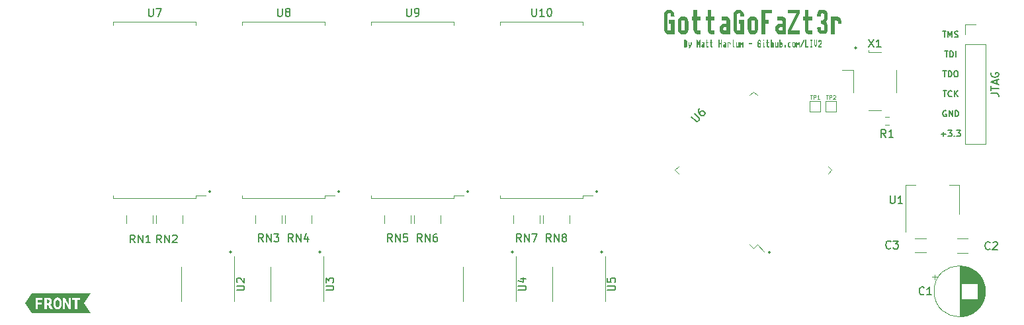
<source format=gbr>
%TF.GenerationSoftware,KiCad,Pcbnew,(6.0.0)*%
%TF.CreationDate,2022-03-26T19:57:17+01:00*%
%TF.ProjectId,GottaGoFaSDZ3,476f7474-6147-46f4-9661-53445a332e6b,rev?*%
%TF.SameCoordinates,Original*%
%TF.FileFunction,Legend,Top*%
%TF.FilePolarity,Positive*%
%FSLAX46Y46*%
G04 Gerber Fmt 4.6, Leading zero omitted, Abs format (unit mm)*
G04 Created by KiCad (PCBNEW (6.0.0)) date 2022-03-26 19:57:17*
%MOMM*%
%LPD*%
G01*
G04 APERTURE LIST*
%ADD10C,0.127000*%
%ADD11C,0.150000*%
%ADD12C,0.125000*%
%ADD13C,0.120000*%
%ADD14C,0.152400*%
G04 APERTURE END LIST*
D10*
X208985897Y-76924392D02*
X209421326Y-76924392D01*
X209203612Y-77686392D02*
X209203612Y-76924392D01*
X209675326Y-77686392D02*
X209675326Y-76924392D01*
X209856755Y-76924392D01*
X209965612Y-76960678D01*
X210038183Y-77033249D01*
X210074469Y-77105820D01*
X210110755Y-77250963D01*
X210110755Y-77359820D01*
X210074469Y-77504963D01*
X210038183Y-77577535D01*
X209965612Y-77650106D01*
X209856755Y-77686392D01*
X209675326Y-77686392D01*
X210582469Y-76924392D02*
X210727612Y-76924392D01*
X210800183Y-76960678D01*
X210872755Y-77033249D01*
X210909040Y-77178392D01*
X210909040Y-77432392D01*
X210872755Y-77577535D01*
X210800183Y-77650106D01*
X210727612Y-77686392D01*
X210582469Y-77686392D01*
X210509897Y-77650106D01*
X210437326Y-77577535D01*
X210401040Y-77432392D01*
X210401040Y-77178392D01*
X210437326Y-77033249D01*
X210509897Y-76960678D01*
X210582469Y-76924392D01*
X209004033Y-79464388D02*
X209439462Y-79464388D01*
X209221748Y-80226388D02*
X209221748Y-79464388D01*
X210128890Y-80153816D02*
X210092605Y-80190102D01*
X209983748Y-80226388D01*
X209911176Y-80226388D01*
X209802319Y-80190102D01*
X209729748Y-80117531D01*
X209693462Y-80044959D01*
X209657176Y-79899816D01*
X209657176Y-79790959D01*
X209693462Y-79645816D01*
X209729748Y-79573245D01*
X209802319Y-79500674D01*
X209911176Y-79464388D01*
X209983748Y-79464388D01*
X210092605Y-79500674D01*
X210128890Y-79536959D01*
X210455462Y-80226388D02*
X210455462Y-79464388D01*
X210890890Y-80226388D02*
X210564319Y-79790959D01*
X210890890Y-79464388D02*
X210455462Y-79899816D01*
X209403176Y-82040674D02*
X209330605Y-82004388D01*
X209221748Y-82004388D01*
X209112890Y-82040674D01*
X209040319Y-82113245D01*
X209004033Y-82185816D01*
X208967748Y-82330959D01*
X208967748Y-82439816D01*
X209004033Y-82584959D01*
X209040319Y-82657531D01*
X209112890Y-82730102D01*
X209221748Y-82766388D01*
X209294319Y-82766388D01*
X209403176Y-82730102D01*
X209439462Y-82693816D01*
X209439462Y-82439816D01*
X209294319Y-82439816D01*
X209766033Y-82766388D02*
X209766033Y-82004388D01*
X210201462Y-82766388D01*
X210201462Y-82004388D01*
X210564319Y-82766388D02*
X210564319Y-82004388D01*
X210745748Y-82004388D01*
X210854605Y-82040674D01*
X210927176Y-82113245D01*
X210963462Y-82185816D01*
X210999748Y-82330959D01*
X210999748Y-82439816D01*
X210963462Y-82584959D01*
X210927176Y-82657531D01*
X210854605Y-82730102D01*
X210745748Y-82766388D01*
X210564319Y-82766388D01*
X208786312Y-85016102D02*
X209366883Y-85016102D01*
X209076598Y-85306388D02*
X209076598Y-84725816D01*
X209657169Y-84544388D02*
X210128883Y-84544388D01*
X209874883Y-84834674D01*
X209983741Y-84834674D01*
X210056312Y-84870959D01*
X210092598Y-84907245D01*
X210128883Y-84979816D01*
X210128883Y-85161245D01*
X210092598Y-85233816D01*
X210056312Y-85270102D01*
X209983741Y-85306388D01*
X209766026Y-85306388D01*
X209693455Y-85270102D01*
X209657169Y-85233816D01*
X210455455Y-85233816D02*
X210491741Y-85270102D01*
X210455455Y-85306388D01*
X210419169Y-85270102D01*
X210455455Y-85233816D01*
X210455455Y-85306388D01*
X210745741Y-84544388D02*
X211217455Y-84544388D01*
X210963455Y-84834674D01*
X211072312Y-84834674D01*
X211144883Y-84870959D01*
X211181169Y-84907245D01*
X211217455Y-84979816D01*
X211217455Y-85161245D01*
X211181169Y-85233816D01*
X211144883Y-85270102D01*
X211072312Y-85306388D01*
X210854598Y-85306388D01*
X210782026Y-85270102D01*
X210745741Y-85233816D01*
X209203612Y-74384392D02*
X209639040Y-74384392D01*
X209421326Y-75146392D02*
X209421326Y-74384392D01*
X209893040Y-75146392D02*
X209893040Y-74384392D01*
X210074469Y-74384392D01*
X210183326Y-74420678D01*
X210255897Y-74493249D01*
X210292183Y-74565820D01*
X210328469Y-74710963D01*
X210328469Y-74819820D01*
X210292183Y-74964963D01*
X210255897Y-75037535D01*
X210183326Y-75110106D01*
X210074469Y-75146392D01*
X209893040Y-75146392D01*
X210655040Y-75146392D02*
X210655040Y-74384392D01*
X208967755Y-71844392D02*
X209403183Y-71844392D01*
X209185469Y-72606392D02*
X209185469Y-71844392D01*
X209657183Y-72606392D02*
X209657183Y-71844392D01*
X209911183Y-72388678D01*
X210165183Y-71844392D01*
X210165183Y-72606392D01*
X210491755Y-72570106D02*
X210600612Y-72606392D01*
X210782040Y-72606392D01*
X210854612Y-72570106D01*
X210890897Y-72533820D01*
X210927183Y-72461249D01*
X210927183Y-72388678D01*
X210890897Y-72316106D01*
X210854612Y-72279820D01*
X210782040Y-72243535D01*
X210636897Y-72207249D01*
X210564326Y-72170963D01*
X210528040Y-72134678D01*
X210491755Y-72062106D01*
X210491755Y-71989535D01*
X210528040Y-71916963D01*
X210564326Y-71880678D01*
X210636897Y-71844392D01*
X210818326Y-71844392D01*
X210927183Y-71880678D01*
D11*
%TO.C,RN1*%
X105558392Y-98926858D02*
X105225059Y-98450668D01*
X104986964Y-98926858D02*
X104986964Y-97926858D01*
X105367916Y-97926858D01*
X105463154Y-97974478D01*
X105510773Y-98022097D01*
X105558392Y-98117335D01*
X105558392Y-98260192D01*
X105510773Y-98355430D01*
X105463154Y-98403049D01*
X105367916Y-98450668D01*
X104986964Y-98450668D01*
X105986964Y-98926858D02*
X105986964Y-97926858D01*
X106558392Y-98926858D01*
X106558392Y-97926858D01*
X107558392Y-98926858D02*
X106986964Y-98926858D01*
X107272678Y-98926858D02*
X107272678Y-97926858D01*
X107177440Y-98069716D01*
X107082202Y-98164954D01*
X106986964Y-98212573D01*
%TO.C,U5*%
X166057160Y-105019882D02*
X166866684Y-105019882D01*
X166961922Y-104972263D01*
X167009541Y-104924644D01*
X167057160Y-104829406D01*
X167057160Y-104638930D01*
X167009541Y-104543692D01*
X166961922Y-104496073D01*
X166866684Y-104448454D01*
X166057160Y-104448454D01*
X166057160Y-103496073D02*
X166057160Y-103972263D01*
X166533351Y-104019882D01*
X166485732Y-103972263D01*
X166438113Y-103877025D01*
X166438113Y-103638930D01*
X166485732Y-103543692D01*
X166533351Y-103496073D01*
X166628589Y-103448454D01*
X166866684Y-103448454D01*
X166961922Y-103496073D01*
X167009541Y-103543692D01*
X167057160Y-103638930D01*
X167057160Y-103877025D01*
X167009541Y-103972263D01*
X166961922Y-104019882D01*
%TO.C,J1*%
X215151128Y-79778340D02*
X215865414Y-79778340D01*
X216008271Y-79825959D01*
X216103509Y-79921197D01*
X216151128Y-80064054D01*
X216151128Y-80159293D01*
X215151128Y-79445007D02*
X215151128Y-78873578D01*
X216151128Y-79159293D02*
X215151128Y-79159293D01*
X215865414Y-78587864D02*
X215865414Y-78111674D01*
X216151128Y-78683102D02*
X215151128Y-78349769D01*
X216151128Y-78016435D01*
X215198748Y-77159293D02*
X215151128Y-77254531D01*
X215151128Y-77397388D01*
X215198748Y-77540245D01*
X215293986Y-77635483D01*
X215389224Y-77683102D01*
X215579700Y-77730721D01*
X215722557Y-77730721D01*
X215913033Y-77683102D01*
X216008271Y-77635483D01*
X216103509Y-77540245D01*
X216151128Y-77397388D01*
X216151128Y-77302150D01*
X216103509Y-77159293D01*
X216055890Y-77111674D01*
X215722557Y-77111674D01*
X215722557Y-77302150D01*
%TO.C,RN8*%
X158815992Y-98799858D02*
X158482659Y-98323668D01*
X158244564Y-98799858D02*
X158244564Y-97799858D01*
X158625516Y-97799858D01*
X158720754Y-97847478D01*
X158768373Y-97895097D01*
X158815992Y-97990335D01*
X158815992Y-98133192D01*
X158768373Y-98228430D01*
X158720754Y-98276049D01*
X158625516Y-98323668D01*
X158244564Y-98323668D01*
X159244564Y-98799858D02*
X159244564Y-97799858D01*
X159815992Y-98799858D01*
X159815992Y-97799858D01*
X160435040Y-98228430D02*
X160339802Y-98180811D01*
X160292183Y-98133192D01*
X160244564Y-98037954D01*
X160244564Y-97990335D01*
X160292183Y-97895097D01*
X160339802Y-97847478D01*
X160435040Y-97799858D01*
X160625516Y-97799858D01*
X160720754Y-97847478D01*
X160768373Y-97895097D01*
X160815992Y-97990335D01*
X160815992Y-98037954D01*
X160768373Y-98133192D01*
X160720754Y-98180811D01*
X160625516Y-98228430D01*
X160435040Y-98228430D01*
X160339802Y-98276049D01*
X160292183Y-98323668D01*
X160244564Y-98418906D01*
X160244564Y-98609382D01*
X160292183Y-98704620D01*
X160339802Y-98752239D01*
X160435040Y-98799858D01*
X160625516Y-98799858D01*
X160720754Y-98752239D01*
X160768373Y-98704620D01*
X160815992Y-98609382D01*
X160815992Y-98418906D01*
X160768373Y-98323668D01*
X160720754Y-98276049D01*
X160625516Y-98228430D01*
%TO.C,R1*%
X201687925Y-85425937D02*
X201354592Y-84949747D01*
X201116496Y-85425937D02*
X201116496Y-84425937D01*
X201497449Y-84425937D01*
X201592687Y-84473557D01*
X201640306Y-84521176D01*
X201687925Y-84616414D01*
X201687925Y-84759271D01*
X201640306Y-84854509D01*
X201592687Y-84902128D01*
X201497449Y-84949747D01*
X201116496Y-84949747D01*
X202640306Y-85425937D02*
X202068877Y-85425937D01*
X202354592Y-85425937D02*
X202354592Y-84425937D01*
X202259353Y-84568795D01*
X202164115Y-84664033D01*
X202068877Y-84711652D01*
D12*
%TO.C,TP2*%
X194012086Y-80028193D02*
X194297800Y-80028193D01*
X194154943Y-80528193D02*
X194154943Y-80028193D01*
X194464467Y-80528193D02*
X194464467Y-80028193D01*
X194654943Y-80028193D01*
X194702562Y-80052003D01*
X194726372Y-80075812D01*
X194750181Y-80123431D01*
X194750181Y-80194860D01*
X194726372Y-80242479D01*
X194702562Y-80266288D01*
X194654943Y-80290098D01*
X194464467Y-80290098D01*
X194940658Y-80075812D02*
X194964467Y-80052003D01*
X195012086Y-80028193D01*
X195131134Y-80028193D01*
X195178753Y-80052003D01*
X195202562Y-80075812D01*
X195226372Y-80123431D01*
X195226372Y-80171050D01*
X195202562Y-80242479D01*
X194916848Y-80528193D01*
X195226372Y-80528193D01*
D11*
%TO.C,C3*%
X202309260Y-99612103D02*
X202261641Y-99659722D01*
X202118784Y-99707341D01*
X202023546Y-99707341D01*
X201880688Y-99659722D01*
X201785450Y-99564484D01*
X201737831Y-99469246D01*
X201690212Y-99278770D01*
X201690212Y-99135913D01*
X201737831Y-98945437D01*
X201785450Y-98850199D01*
X201880688Y-98754961D01*
X202023546Y-98707341D01*
X202118784Y-98707341D01*
X202261641Y-98754961D01*
X202309260Y-98802580D01*
X202642593Y-98707341D02*
X203261641Y-98707341D01*
X202928307Y-99088294D01*
X203071165Y-99088294D01*
X203166403Y-99135913D01*
X203214022Y-99183532D01*
X203261641Y-99278770D01*
X203261641Y-99516865D01*
X203214022Y-99612103D01*
X203166403Y-99659722D01*
X203071165Y-99707341D01*
X202785450Y-99707341D01*
X202690212Y-99659722D01*
X202642593Y-99612103D01*
%TO.C,RN5*%
X138495992Y-98799858D02*
X138162659Y-98323668D01*
X137924564Y-98799858D02*
X137924564Y-97799858D01*
X138305516Y-97799858D01*
X138400754Y-97847478D01*
X138448373Y-97895097D01*
X138495992Y-97990335D01*
X138495992Y-98133192D01*
X138448373Y-98228430D01*
X138400754Y-98276049D01*
X138305516Y-98323668D01*
X137924564Y-98323668D01*
X138924564Y-98799858D02*
X138924564Y-97799858D01*
X139495992Y-98799858D01*
X139495992Y-97799858D01*
X140448373Y-97799858D02*
X139972183Y-97799858D01*
X139924564Y-98276049D01*
X139972183Y-98228430D01*
X140067421Y-98180811D01*
X140305516Y-98180811D01*
X140400754Y-98228430D01*
X140448373Y-98276049D01*
X140495992Y-98371287D01*
X140495992Y-98609382D01*
X140448373Y-98704620D01*
X140400754Y-98752239D01*
X140305516Y-98799858D01*
X140067421Y-98799858D01*
X139972183Y-98752239D01*
X139924564Y-98704620D01*
%TO.C,U10*%
X156391973Y-68912870D02*
X156391973Y-69722394D01*
X156439592Y-69817632D01*
X156487211Y-69865251D01*
X156582449Y-69912870D01*
X156772926Y-69912870D01*
X156868164Y-69865251D01*
X156915783Y-69817632D01*
X156963402Y-69722394D01*
X156963402Y-68912870D01*
X157963402Y-69912870D02*
X157391973Y-69912870D01*
X157677688Y-69912870D02*
X157677688Y-68912870D01*
X157582449Y-69055728D01*
X157487211Y-69150966D01*
X157391973Y-69198585D01*
X158582449Y-68912870D02*
X158677688Y-68912870D01*
X158772926Y-68960490D01*
X158820545Y-69008109D01*
X158868164Y-69103347D01*
X158915783Y-69293823D01*
X158915783Y-69531918D01*
X158868164Y-69722394D01*
X158820545Y-69817632D01*
X158772926Y-69865251D01*
X158677688Y-69912870D01*
X158582449Y-69912870D01*
X158487211Y-69865251D01*
X158439592Y-69817632D01*
X158391973Y-69722394D01*
X158344354Y-69531918D01*
X158344354Y-69293823D01*
X158391973Y-69103347D01*
X158439592Y-69008109D01*
X158487211Y-68960490D01*
X158582449Y-68912870D01*
%TO.C,X1*%
X199470268Y-72868937D02*
X200136934Y-73868937D01*
X200136934Y-72868937D02*
X199470268Y-73868937D01*
X201041696Y-73868937D02*
X200470268Y-73868937D01*
X200755982Y-73868937D02*
X200755982Y-72868937D01*
X200660744Y-73011795D01*
X200565506Y-73107033D01*
X200470268Y-73154652D01*
%TO.C,U7*%
X107338164Y-68912870D02*
X107338164Y-69722394D01*
X107385783Y-69817632D01*
X107433402Y-69865251D01*
X107528640Y-69912870D01*
X107719116Y-69912870D01*
X107814354Y-69865251D01*
X107861973Y-69817632D01*
X107909592Y-69722394D01*
X107909592Y-68912870D01*
X108290545Y-68912870D02*
X108957211Y-68912870D01*
X108528640Y-69912870D01*
%TO.C,U2*%
X118578348Y-105019882D02*
X119387872Y-105019882D01*
X119483110Y-104972263D01*
X119530729Y-104924644D01*
X119578348Y-104829406D01*
X119578348Y-104638930D01*
X119530729Y-104543692D01*
X119483110Y-104496073D01*
X119387872Y-104448454D01*
X118578348Y-104448454D01*
X118673587Y-104019882D02*
X118625968Y-103972263D01*
X118578348Y-103877025D01*
X118578348Y-103638930D01*
X118625968Y-103543692D01*
X118673587Y-103496073D01*
X118768825Y-103448454D01*
X118864063Y-103448454D01*
X119006920Y-103496073D01*
X119578348Y-104067501D01*
X119578348Y-103448454D01*
%TO.C,U6*%
X176802892Y-82783164D02*
X177375312Y-83355584D01*
X177476327Y-83389256D01*
X177543671Y-83389256D01*
X177644686Y-83355584D01*
X177779373Y-83220897D01*
X177813045Y-83119882D01*
X177813045Y-83052538D01*
X177779373Y-82951523D01*
X177206953Y-82379103D01*
X177846717Y-81739340D02*
X177712030Y-81874027D01*
X177678358Y-81975042D01*
X177678358Y-82042386D01*
X177712030Y-82210745D01*
X177813045Y-82379103D01*
X178082419Y-82648477D01*
X178183434Y-82682149D01*
X178250778Y-82682149D01*
X178351793Y-82648477D01*
X178486480Y-82513790D01*
X178520152Y-82412775D01*
X178520152Y-82345432D01*
X178486480Y-82244416D01*
X178318121Y-82076058D01*
X178217106Y-82042386D01*
X178149762Y-82042386D01*
X178048747Y-82076058D01*
X177914060Y-82210745D01*
X177880388Y-82311760D01*
X177880388Y-82379103D01*
X177914060Y-82480119D01*
%TO.C,RN3*%
X121985992Y-98799858D02*
X121652659Y-98323668D01*
X121414564Y-98799858D02*
X121414564Y-97799858D01*
X121795516Y-97799858D01*
X121890754Y-97847478D01*
X121938373Y-97895097D01*
X121985992Y-97990335D01*
X121985992Y-98133192D01*
X121938373Y-98228430D01*
X121890754Y-98276049D01*
X121795516Y-98323668D01*
X121414564Y-98323668D01*
X122414564Y-98799858D02*
X122414564Y-97799858D01*
X122985992Y-98799858D01*
X122985992Y-97799858D01*
X123366945Y-97799858D02*
X123985992Y-97799858D01*
X123652659Y-98180811D01*
X123795516Y-98180811D01*
X123890754Y-98228430D01*
X123938373Y-98276049D01*
X123985992Y-98371287D01*
X123985992Y-98609382D01*
X123938373Y-98704620D01*
X123890754Y-98752239D01*
X123795516Y-98799858D01*
X123509802Y-98799858D01*
X123414564Y-98752239D01*
X123366945Y-98704620D01*
%TO.C,C2*%
X215009260Y-99739103D02*
X214961641Y-99786722D01*
X214818784Y-99834341D01*
X214723546Y-99834341D01*
X214580688Y-99786722D01*
X214485450Y-99691484D01*
X214437831Y-99596246D01*
X214390212Y-99405770D01*
X214390212Y-99262913D01*
X214437831Y-99072437D01*
X214485450Y-98977199D01*
X214580688Y-98881961D01*
X214723546Y-98834341D01*
X214818784Y-98834341D01*
X214961641Y-98881961D01*
X215009260Y-98929580D01*
X215390212Y-98929580D02*
X215437831Y-98881961D01*
X215533069Y-98834341D01*
X215771165Y-98834341D01*
X215866403Y-98881961D01*
X215914022Y-98929580D01*
X215961641Y-99024818D01*
X215961641Y-99120056D01*
X215914022Y-99262913D01*
X215342593Y-99834341D01*
X215961641Y-99834341D01*
%TO.C,U3*%
X130008348Y-105019882D02*
X130817872Y-105019882D01*
X130913110Y-104972263D01*
X130960729Y-104924644D01*
X131008348Y-104829406D01*
X131008348Y-104638930D01*
X130960729Y-104543692D01*
X130913110Y-104496073D01*
X130817872Y-104448454D01*
X130008348Y-104448454D01*
X130008348Y-104067501D02*
X130008348Y-103448454D01*
X130389301Y-103781787D01*
X130389301Y-103638930D01*
X130436920Y-103543692D01*
X130484539Y-103496073D01*
X130579777Y-103448454D01*
X130817872Y-103448454D01*
X130913110Y-103496073D01*
X130960729Y-103543692D01*
X131008348Y-103638930D01*
X131008348Y-103924644D01*
X130960729Y-104019882D01*
X130913110Y-104067501D01*
%TO.C,U4*%
X154627160Y-105019882D02*
X155436684Y-105019882D01*
X155531922Y-104972263D01*
X155579541Y-104924644D01*
X155627160Y-104829406D01*
X155627160Y-104638930D01*
X155579541Y-104543692D01*
X155531922Y-104496073D01*
X155436684Y-104448454D01*
X154627160Y-104448454D01*
X154960494Y-103543692D02*
X155627160Y-103543692D01*
X154579541Y-103781787D02*
X155293827Y-104019882D01*
X155293827Y-103400835D01*
%TO.C,U9*%
X140358164Y-68912870D02*
X140358164Y-69722394D01*
X140405783Y-69817632D01*
X140453402Y-69865251D01*
X140548640Y-69912870D01*
X140739116Y-69912870D01*
X140834354Y-69865251D01*
X140881973Y-69817632D01*
X140929592Y-69722394D01*
X140929592Y-68912870D01*
X141453402Y-69912870D02*
X141643878Y-69912870D01*
X141739116Y-69865251D01*
X141786735Y-69817632D01*
X141881973Y-69674775D01*
X141929592Y-69484299D01*
X141929592Y-69103347D01*
X141881973Y-69008109D01*
X141834354Y-68960490D01*
X141739116Y-68912870D01*
X141548640Y-68912870D01*
X141453402Y-68960490D01*
X141405783Y-69008109D01*
X141358164Y-69103347D01*
X141358164Y-69341442D01*
X141405783Y-69436680D01*
X141453402Y-69484299D01*
X141548640Y-69531918D01*
X141739116Y-69531918D01*
X141834354Y-69484299D01*
X141881973Y-69436680D01*
X141929592Y-69341442D01*
%TO.C,C1*%
X206576460Y-105509120D02*
X206528841Y-105556739D01*
X206385984Y-105604358D01*
X206290746Y-105604358D01*
X206147888Y-105556739D01*
X206052650Y-105461501D01*
X206005031Y-105366263D01*
X205957412Y-105175787D01*
X205957412Y-105032930D01*
X206005031Y-104842454D01*
X206052650Y-104747216D01*
X206147888Y-104651978D01*
X206290746Y-104604358D01*
X206385984Y-104604358D01*
X206528841Y-104651978D01*
X206576460Y-104699597D01*
X207528841Y-105604358D02*
X206957412Y-105604358D01*
X207243127Y-105604358D02*
X207243127Y-104604358D01*
X207147888Y-104747216D01*
X207052650Y-104842454D01*
X206957412Y-104890073D01*
D12*
%TO.C,TP1*%
X191980086Y-80028193D02*
X192265800Y-80028193D01*
X192122943Y-80528193D02*
X192122943Y-80028193D01*
X192432467Y-80528193D02*
X192432467Y-80028193D01*
X192622943Y-80028193D01*
X192670562Y-80052003D01*
X192694372Y-80075812D01*
X192718181Y-80123431D01*
X192718181Y-80194860D01*
X192694372Y-80242479D01*
X192670562Y-80266288D01*
X192622943Y-80290098D01*
X192432467Y-80290098D01*
X193194372Y-80528193D02*
X192908658Y-80528193D01*
X193051515Y-80528193D02*
X193051515Y-80028193D01*
X193003896Y-80099622D01*
X192956277Y-80147241D01*
X192908658Y-80171050D01*
D11*
%TO.C,RN4*%
X125795992Y-98799858D02*
X125462659Y-98323668D01*
X125224564Y-98799858D02*
X125224564Y-97799858D01*
X125605516Y-97799858D01*
X125700754Y-97847478D01*
X125748373Y-97895097D01*
X125795992Y-97990335D01*
X125795992Y-98133192D01*
X125748373Y-98228430D01*
X125700754Y-98276049D01*
X125605516Y-98323668D01*
X125224564Y-98323668D01*
X126224564Y-98799858D02*
X126224564Y-97799858D01*
X126795992Y-98799858D01*
X126795992Y-97799858D01*
X127700754Y-98133192D02*
X127700754Y-98799858D01*
X127462659Y-97752239D02*
X127224564Y-98466525D01*
X127843611Y-98466525D01*
%TO.C,U1*%
X202258065Y-92901232D02*
X202258065Y-93710756D01*
X202305684Y-93805994D01*
X202353303Y-93853613D01*
X202448541Y-93901232D01*
X202639017Y-93901232D01*
X202734255Y-93853613D01*
X202781874Y-93805994D01*
X202829493Y-93710756D01*
X202829493Y-92901232D01*
X203829493Y-93901232D02*
X203258065Y-93901232D01*
X203543779Y-93901232D02*
X203543779Y-92901232D01*
X203448541Y-93044090D01*
X203353303Y-93139328D01*
X203258065Y-93186947D01*
%TO.C,U8*%
X123848164Y-68912870D02*
X123848164Y-69722394D01*
X123895783Y-69817632D01*
X123943402Y-69865251D01*
X124038640Y-69912870D01*
X124229116Y-69912870D01*
X124324354Y-69865251D01*
X124371973Y-69817632D01*
X124419592Y-69722394D01*
X124419592Y-68912870D01*
X125038640Y-69341442D02*
X124943402Y-69293823D01*
X124895783Y-69246204D01*
X124848164Y-69150966D01*
X124848164Y-69103347D01*
X124895783Y-69008109D01*
X124943402Y-68960490D01*
X125038640Y-68912870D01*
X125229116Y-68912870D01*
X125324354Y-68960490D01*
X125371973Y-69008109D01*
X125419592Y-69103347D01*
X125419592Y-69150966D01*
X125371973Y-69246204D01*
X125324354Y-69293823D01*
X125229116Y-69341442D01*
X125038640Y-69341442D01*
X124943402Y-69389061D01*
X124895783Y-69436680D01*
X124848164Y-69531918D01*
X124848164Y-69722394D01*
X124895783Y-69817632D01*
X124943402Y-69865251D01*
X125038640Y-69912870D01*
X125229116Y-69912870D01*
X125324354Y-69865251D01*
X125371973Y-69817632D01*
X125419592Y-69722394D01*
X125419592Y-69531918D01*
X125371973Y-69436680D01*
X125324354Y-69389061D01*
X125229116Y-69341442D01*
%TO.C,RN7*%
X155005992Y-98799858D02*
X154672659Y-98323668D01*
X154434564Y-98799858D02*
X154434564Y-97799858D01*
X154815516Y-97799858D01*
X154910754Y-97847478D01*
X154958373Y-97895097D01*
X155005992Y-97990335D01*
X155005992Y-98133192D01*
X154958373Y-98228430D01*
X154910754Y-98276049D01*
X154815516Y-98323668D01*
X154434564Y-98323668D01*
X155434564Y-98799858D02*
X155434564Y-97799858D01*
X156005992Y-98799858D01*
X156005992Y-97799858D01*
X156386945Y-97799858D02*
X157053611Y-97799858D01*
X156625040Y-98799858D01*
%TO.C,RN6*%
X142305992Y-98799858D02*
X141972659Y-98323668D01*
X141734564Y-98799858D02*
X141734564Y-97799858D01*
X142115516Y-97799858D01*
X142210754Y-97847478D01*
X142258373Y-97895097D01*
X142305992Y-97990335D01*
X142305992Y-98133192D01*
X142258373Y-98228430D01*
X142210754Y-98276049D01*
X142115516Y-98323668D01*
X141734564Y-98323668D01*
X142734564Y-98799858D02*
X142734564Y-97799858D01*
X143305992Y-98799858D01*
X143305992Y-97799858D01*
X144210754Y-97799858D02*
X144020278Y-97799858D01*
X143925040Y-97847478D01*
X143877421Y-97895097D01*
X143782183Y-98037954D01*
X143734564Y-98228430D01*
X143734564Y-98609382D01*
X143782183Y-98704620D01*
X143829802Y-98752239D01*
X143925040Y-98799858D01*
X144115516Y-98799858D01*
X144210754Y-98752239D01*
X144258373Y-98704620D01*
X144305992Y-98609382D01*
X144305992Y-98371287D01*
X144258373Y-98276049D01*
X144210754Y-98228430D01*
X144115516Y-98180811D01*
X143925040Y-98180811D01*
X143829802Y-98228430D01*
X143782183Y-98276049D01*
X143734564Y-98371287D01*
%TO.C,RN2*%
X108961992Y-98926858D02*
X108628659Y-98450668D01*
X108390564Y-98926858D02*
X108390564Y-97926858D01*
X108771516Y-97926858D01*
X108866754Y-97974478D01*
X108914373Y-98022097D01*
X108961992Y-98117335D01*
X108961992Y-98260192D01*
X108914373Y-98355430D01*
X108866754Y-98403049D01*
X108771516Y-98450668D01*
X108390564Y-98450668D01*
X109390564Y-98926858D02*
X109390564Y-97926858D01*
X109961992Y-98926858D01*
X109961992Y-97926858D01*
X110390564Y-98022097D02*
X110438183Y-97974478D01*
X110533421Y-97926858D01*
X110771516Y-97926858D01*
X110866754Y-97974478D01*
X110914373Y-98022097D01*
X110961992Y-98117335D01*
X110961992Y-98212573D01*
X110914373Y-98355430D01*
X110342945Y-98926858D01*
X110961992Y-98926858D01*
%TO.C,kibuzzard-622DC493*%
G36*
X176826889Y-73566032D02*
G01*
X176818343Y-73616630D01*
X176792705Y-73680521D01*
X176617987Y-74041352D01*
X176456291Y-74035926D01*
X176561014Y-73823226D01*
X176429704Y-73666956D01*
X176410577Y-73617579D01*
X176404201Y-73558436D01*
X176404201Y-73204659D01*
X176548534Y-73204659D01*
X176548534Y-73621378D01*
X176681471Y-73621378D01*
X176681471Y-73204659D01*
X176826889Y-73204116D01*
X176826889Y-73566032D01*
G37*
G36*
X188194955Y-73203031D02*
G01*
X188331148Y-73203031D01*
X188412538Y-73243726D01*
X188451063Y-73307753D01*
X188473310Y-73388601D01*
X188473310Y-73722844D01*
X188462458Y-73765167D01*
X188450520Y-73810746D01*
X188399516Y-73866634D01*
X188331148Y-73902988D01*
X188050622Y-73902988D01*
X188050622Y-73758656D01*
X188194955Y-73758656D01*
X188291538Y-73758113D01*
X188338744Y-73733154D01*
X188336574Y-73409763D01*
X188327350Y-73372866D01*
X188297507Y-73344108D01*
X188194955Y-73347363D01*
X188194955Y-73758656D01*
X188050622Y-73758656D01*
X188050622Y-72925218D01*
X188194955Y-72925218D01*
X188194955Y-73203031D01*
G37*
G36*
X181707056Y-73213883D02*
G01*
X181757382Y-73245761D01*
X181793330Y-73299072D01*
X181818290Y-73375579D01*
X181817747Y-73486270D01*
X181673415Y-73486270D01*
X181674500Y-73416274D01*
X181668531Y-73394027D01*
X181662563Y-73370695D01*
X181611015Y-73347363D01*
X181541020Y-73347363D01*
X181541020Y-73901903D01*
X181395602Y-73902988D01*
X181396145Y-73203031D01*
X181677213Y-73203031D01*
X181707056Y-73213883D01*
G37*
G36*
X179391228Y-73203031D02*
G01*
X179530135Y-73203031D01*
X179530135Y-73347363D01*
X179391228Y-73347363D01*
X179391228Y-73758656D01*
X179530135Y-73758656D01*
X179530135Y-73902988D01*
X179388515Y-73902988D01*
X179358130Y-73892136D01*
X179325574Y-73880199D01*
X179279995Y-73832993D01*
X179255171Y-73770729D01*
X179246896Y-73691373D01*
X179246896Y-73347363D01*
X179177443Y-73347363D01*
X179177443Y-73203031D01*
X179246896Y-73203031D01*
X179246896Y-72925218D01*
X179391228Y-72925218D01*
X179391228Y-73203031D01*
G37*
G36*
X182233381Y-73758656D02*
G01*
X182299035Y-73756486D01*
X182299035Y-73900275D01*
X182218188Y-73902446D01*
X182167424Y-73874894D01*
X182126548Y-73830581D01*
X182095560Y-73769508D01*
X182090133Y-73699512D01*
X182089048Y-72925218D01*
X182233381Y-72925218D01*
X182233381Y-73758656D01*
G37*
G36*
X187639872Y-73688660D02*
G01*
X187645841Y-73710907D01*
X187651810Y-73734781D01*
X187702814Y-73758113D01*
X187773352Y-73758113D01*
X187773352Y-73203574D01*
X187917685Y-73203574D01*
X187918227Y-73902446D01*
X187636617Y-73902446D01*
X187555769Y-73861750D01*
X187518872Y-73797723D01*
X187495540Y-73729898D01*
X187495540Y-73203031D01*
X187639872Y-73203031D01*
X187639872Y-73688660D01*
G37*
G36*
X180430855Y-73341937D02*
G01*
X180564335Y-73341937D01*
X180564335Y-72925218D01*
X180708667Y-72925218D01*
X180708667Y-73902988D01*
X180564335Y-73902988D01*
X180564335Y-73486270D01*
X180430855Y-73486270D01*
X180430855Y-73902988D01*
X180286523Y-73902988D01*
X180286523Y-72925218D01*
X180430855Y-72925218D01*
X180430855Y-73341937D01*
G37*
G36*
X187085875Y-73203031D02*
G01*
X187222068Y-73203031D01*
X187303459Y-73243726D01*
X187339813Y-73307753D01*
X187363145Y-73376121D01*
X187363145Y-73902988D01*
X187218813Y-73902988D01*
X187219355Y-73416816D01*
X187213387Y-73394570D01*
X187207418Y-73371238D01*
X187155871Y-73347363D01*
X187085875Y-73347363D01*
X187085875Y-73902446D01*
X186941543Y-73902446D01*
X186941543Y-72925218D01*
X187085875Y-72925218D01*
X187085875Y-73203031D01*
G37*
G36*
X188887858Y-73902988D02*
G01*
X188743526Y-73902988D01*
X188743526Y-73619750D01*
X188887858Y-73619750D01*
X188887858Y-73902988D01*
G37*
G36*
X182649014Y-73688660D02*
G01*
X182654983Y-73710907D01*
X182660951Y-73734781D01*
X182711956Y-73758113D01*
X182782494Y-73758113D01*
X182782494Y-73203574D01*
X182926827Y-73203574D01*
X182927369Y-73902446D01*
X182645758Y-73902446D01*
X182564911Y-73861750D01*
X182528014Y-73797723D01*
X182504682Y-73729898D01*
X182504682Y-73203031D01*
X182649014Y-73203031D01*
X182649014Y-73688660D01*
G37*
G36*
X185628716Y-72977173D02*
G01*
X185672395Y-73041878D01*
X185690573Y-73112552D01*
X185695185Y-73208457D01*
X185550852Y-73208457D01*
X185551395Y-73096138D01*
X185543799Y-73076605D01*
X185487368Y-73066838D01*
X185452099Y-73068466D01*
X185423341Y-73079860D01*
X185419543Y-73102107D01*
X185419543Y-73726100D01*
X185431480Y-73749432D01*
X185487368Y-73758656D01*
X185518296Y-73757571D01*
X185542171Y-73747804D01*
X185546512Y-73736409D01*
X185550310Y-73725557D01*
X185550310Y-73485184D01*
X185481399Y-73485184D01*
X185481399Y-73341937D01*
X185695185Y-73341937D01*
X185695185Y-73901903D01*
X185414659Y-73900818D01*
X185371251Y-73882912D01*
X185334218Y-73843166D01*
X185304511Y-73795553D01*
X185284163Y-73741564D01*
X185277381Y-73689203D01*
X185277923Y-73131407D01*
X185290946Y-73069008D01*
X185316448Y-73008779D01*
X185353752Y-72965914D01*
X185413574Y-72925218D01*
X185558449Y-72925218D01*
X185628716Y-72977173D01*
G37*
G36*
X186115159Y-73758656D02*
G01*
X186180814Y-73756486D01*
X186180814Y-73900275D01*
X186099966Y-73902446D01*
X186049203Y-73874894D01*
X186008327Y-73830581D01*
X185977338Y-73769508D01*
X185971912Y-73699512D01*
X185971912Y-73203031D01*
X186115159Y-73203031D01*
X186115159Y-73758656D01*
G37*
G36*
X190446755Y-73368525D02*
G01*
X190547137Y-73203031D01*
X190594886Y-73203031D01*
X190635310Y-73238436D01*
X190667594Y-73279538D01*
X190684686Y-73336376D01*
X190690384Y-73377749D01*
X190690384Y-73902988D01*
X190546051Y-73902988D01*
X190546051Y-73494951D01*
X190480939Y-73625176D01*
X190408230Y-73625176D01*
X190343118Y-73494951D01*
X190343118Y-73902988D01*
X190198786Y-73902988D01*
X190198786Y-73203031D01*
X190342033Y-73203031D01*
X190446755Y-73368525D01*
G37*
G36*
X193373011Y-72951942D02*
G01*
X193422930Y-72994129D01*
X193446141Y-73050379D01*
X193460068Y-73120013D01*
X193464711Y-73203031D01*
X193462811Y-73247796D01*
X193457114Y-73298529D01*
X193445991Y-73356181D01*
X193432154Y-73390229D01*
X193184185Y-73758656D01*
X193458199Y-73758656D01*
X193458199Y-73902988D01*
X193036055Y-73902988D01*
X193036055Y-73760284D01*
X193184728Y-73539445D01*
X193204940Y-73510280D01*
X193255809Y-73437978D01*
X193297182Y-73375172D01*
X193320378Y-73331085D01*
X193334622Y-73276825D01*
X193339369Y-73207372D01*
X193333129Y-73154332D01*
X193314410Y-73103735D01*
X193280768Y-73072264D01*
X193223252Y-73072264D01*
X193186355Y-73087999D01*
X193172790Y-73174273D01*
X193174961Y-73211170D01*
X193038768Y-73210627D01*
X193038768Y-73147686D01*
X193046771Y-73076198D01*
X193070781Y-73006066D01*
X193115817Y-72953976D01*
X193175503Y-72928474D01*
X193318750Y-72928474D01*
X193373011Y-72951942D01*
G37*
G36*
X186115159Y-73069551D02*
G01*
X185971912Y-73069551D01*
X185971912Y-72925218D01*
X186115159Y-72925218D01*
X186115159Y-73069551D01*
G37*
G36*
X183237738Y-73368525D02*
G01*
X183338119Y-73203031D01*
X183385868Y-73203031D01*
X183426292Y-73238436D01*
X183458577Y-73279538D01*
X183475669Y-73336376D01*
X183481366Y-73377749D01*
X183481366Y-73902988D01*
X183337034Y-73902988D01*
X183337034Y-73494951D01*
X183271922Y-73625176D01*
X183199213Y-73625176D01*
X183134101Y-73494951D01*
X183134101Y-73902988D01*
X182989768Y-73902988D01*
X182989768Y-73203031D01*
X183133016Y-73203031D01*
X183237738Y-73368525D01*
G37*
G36*
X186600246Y-73203031D02*
G01*
X186739152Y-73203031D01*
X186739152Y-73347363D01*
X186600246Y-73347363D01*
X186600246Y-73758656D01*
X186739152Y-73758656D01*
X186739152Y-73902988D01*
X186597533Y-73902988D01*
X186567147Y-73892136D01*
X186534591Y-73880199D01*
X186489012Y-73832993D01*
X186464188Y-73770729D01*
X186455914Y-73691373D01*
X186455914Y-73347363D01*
X186386460Y-73347363D01*
X186386460Y-73203031D01*
X186455914Y-73203031D01*
X186455914Y-72925218D01*
X186600246Y-72925218D01*
X186600246Y-73203031D01*
G37*
G36*
X180923267Y-73873959D02*
G01*
X180879045Y-73832993D01*
X180843233Y-73753230D01*
X180843233Y-73695171D01*
X180980511Y-73695171D01*
X180989193Y-73737494D01*
X181012525Y-73758656D01*
X181117790Y-73758656D01*
X181117790Y-73625176D01*
X181009812Y-73625176D01*
X180989193Y-73645252D01*
X180980511Y-73695171D01*
X180843233Y-73695171D01*
X180843233Y-73632772D01*
X180874839Y-73556808D01*
X180920825Y-73504718D01*
X180981054Y-73480843D01*
X181117790Y-73480843D01*
X181117790Y-73377749D01*
X181113992Y-73354417D01*
X181081978Y-73348584D01*
X181018493Y-73346278D01*
X180964776Y-73346821D01*
X180910516Y-73347906D01*
X180910516Y-73203574D01*
X181123758Y-73203574D01*
X181150888Y-73210627D01*
X181179646Y-73218224D01*
X181221427Y-73248067D01*
X181248557Y-73293646D01*
X181263207Y-73344650D01*
X181263207Y-73902988D01*
X180983224Y-73902446D01*
X180923267Y-73873959D01*
G37*
G36*
X191521651Y-73758656D02*
G01*
X191799463Y-73758656D01*
X191799463Y-73902988D01*
X191377319Y-73902988D01*
X191377319Y-72925218D01*
X191521651Y-72925218D01*
X191521651Y-73758656D01*
G37*
G36*
X178836689Y-73203031D02*
G01*
X178975595Y-73203031D01*
X178975595Y-73347363D01*
X178836689Y-73347363D01*
X178836689Y-73758656D01*
X178975595Y-73758656D01*
X178975595Y-73902988D01*
X178833976Y-73902988D01*
X178803590Y-73892136D01*
X178771034Y-73880199D01*
X178725455Y-73832993D01*
X178700631Y-73770729D01*
X178692356Y-73691373D01*
X178692356Y-73347363D01*
X178622903Y-73347363D01*
X178622903Y-73203031D01*
X178692356Y-73203031D01*
X178692356Y-72925218D01*
X178836689Y-72925218D01*
X178836689Y-73203031D01*
G37*
G36*
X176184447Y-72950178D02*
G01*
X176226770Y-72991416D01*
X176260954Y-73056528D01*
X176272349Y-73129237D01*
X176272349Y-73274655D01*
X176261904Y-73315214D01*
X176230569Y-73379377D01*
X176194757Y-73414103D01*
X176232739Y-73442861D01*
X176262447Y-73513942D01*
X176272349Y-73557893D01*
X176272349Y-73703311D01*
X176260412Y-73773306D01*
X176225957Y-73828787D01*
X176180107Y-73879114D01*
X176131272Y-73901903D01*
X175851289Y-73901903D01*
X175851289Y-73758656D01*
X175994537Y-73758656D01*
X176063447Y-73758113D01*
X176063447Y-73757571D01*
X176120420Y-73742378D01*
X176124219Y-73726642D01*
X176128017Y-73711992D01*
X176128017Y-73542158D01*
X176107940Y-73502548D01*
X176063447Y-73486270D01*
X175994537Y-73486270D01*
X175994537Y-73758656D01*
X175851289Y-73758656D01*
X175851289Y-73341937D01*
X175994537Y-73341937D01*
X176062904Y-73342480D01*
X176116080Y-73330543D01*
X176128017Y-73269229D01*
X176128017Y-73104277D01*
X176116080Y-73081488D01*
X176089492Y-73069551D01*
X175994537Y-73069551D01*
X175994537Y-73341937D01*
X175851289Y-73341937D01*
X175851289Y-72925218D01*
X176131272Y-72925218D01*
X176184447Y-72950178D01*
G37*
G36*
X177688542Y-73269771D02*
G01*
X177862174Y-72925218D01*
X177935968Y-72925218D01*
X177935968Y-73902988D01*
X177791636Y-73902988D01*
X177791636Y-73356588D01*
X177692340Y-73559521D01*
X177588703Y-73356045D01*
X177588703Y-73902988D01*
X177444371Y-73902988D01*
X177444371Y-72925218D01*
X177518164Y-72925218D01*
X177688542Y-73269771D01*
G37*
G36*
X189511851Y-73347363D02*
G01*
X189304577Y-73347363D01*
X189304577Y-73757571D01*
X189511851Y-73758656D01*
X189511851Y-73902988D01*
X189301864Y-73900275D01*
X189256285Y-73885625D01*
X189210164Y-73860123D01*
X189171911Y-73806405D01*
X189159159Y-73761369D01*
X189159159Y-73344650D01*
X189170961Y-73290526D01*
X189206366Y-73241013D01*
X189253030Y-73212255D01*
X189300236Y-73207372D01*
X189511851Y-73203031D01*
X189511851Y-73347363D01*
G37*
G36*
X178150568Y-73873959D02*
G01*
X178106346Y-73832993D01*
X178070534Y-73753230D01*
X178070534Y-73695171D01*
X178207812Y-73695171D01*
X178216494Y-73737494D01*
X178239826Y-73758656D01*
X178345091Y-73758656D01*
X178345091Y-73625176D01*
X178237113Y-73625176D01*
X178216494Y-73645252D01*
X178207812Y-73695171D01*
X178070534Y-73695171D01*
X178070534Y-73632772D01*
X178102140Y-73556808D01*
X178148126Y-73504718D01*
X178208355Y-73480843D01*
X178345091Y-73480843D01*
X178345091Y-73377749D01*
X178341293Y-73354417D01*
X178309279Y-73348584D01*
X178245794Y-73346278D01*
X178192077Y-73346821D01*
X178137817Y-73347906D01*
X178137817Y-73203574D01*
X178351059Y-73203574D01*
X178378190Y-73210627D01*
X178406947Y-73218224D01*
X178448728Y-73248067D01*
X178475858Y-73293646D01*
X178490508Y-73344650D01*
X178490508Y-73902988D01*
X178210525Y-73902446D01*
X178150568Y-73873959D01*
G37*
G36*
X184590446Y-73341937D02*
G01*
X184590446Y-73486270D01*
X184168301Y-73485727D01*
X184168301Y-73341395D01*
X184590446Y-73341937D01*
G37*
G36*
X190121073Y-73790971D02*
G01*
X190075133Y-73852828D01*
X189998565Y-73901903D01*
X189863457Y-73901903D01*
X189802686Y-73876401D01*
X189761991Y-73829737D01*
X189732148Y-73773306D01*
X189728707Y-73758656D01*
X189858031Y-73758656D01*
X189991512Y-73758656D01*
X189992597Y-73347363D01*
X189859117Y-73347363D01*
X189858031Y-73758656D01*
X189728707Y-73758656D01*
X189715327Y-73701683D01*
X189715327Y-73406507D01*
X189723602Y-73341937D01*
X189748426Y-73273027D01*
X189795090Y-73226906D01*
X189855861Y-73203031D01*
X189982287Y-73203031D01*
X190051198Y-73230704D01*
X190093792Y-73272755D01*
X190126077Y-73326744D01*
X190135844Y-73398368D01*
X190136387Y-73716333D01*
X190121073Y-73790971D01*
G37*
G36*
X192631273Y-73484099D02*
G01*
X192697471Y-73615952D01*
X192763125Y-73484099D01*
X192763125Y-72926304D01*
X192907458Y-72926304D01*
X192907458Y-73484099D01*
X192899047Y-73530220D01*
X192873816Y-73594790D01*
X192734367Y-73902988D01*
X192660031Y-73902988D01*
X192520582Y-73594790D01*
X192494944Y-73529678D01*
X192486398Y-73484099D01*
X192486398Y-72926304D01*
X192630730Y-72926304D01*
X192631273Y-73484099D01*
G37*
G36*
X192284550Y-73069551D02*
G01*
X192215097Y-73069551D01*
X192215097Y-73758656D01*
X192284550Y-73758656D01*
X192284550Y-73902988D01*
X192001311Y-73902988D01*
X192001311Y-73758656D01*
X192070765Y-73758656D01*
X192070765Y-73069551D01*
X192001311Y-73069551D01*
X192001311Y-72925218D01*
X192284550Y-72925218D01*
X192284550Y-73069551D01*
G37*
G36*
X191274767Y-73065210D02*
G01*
X190862389Y-73900275D01*
X190788052Y-73900275D01*
X190788052Y-73758113D01*
X191200973Y-72923048D01*
X191274767Y-72923048D01*
X191274767Y-73065210D01*
G37*
%TO.C,kibuzzard-621BB44F*%
G36*
X91498666Y-106718003D02*
G01*
X92342158Y-105452765D01*
X99921412Y-105452765D01*
X99077920Y-106718003D01*
X99921412Y-107983241D01*
X92342158Y-107983241D01*
X91990791Y-107456191D01*
X92838251Y-107456191D01*
X93131145Y-107456191D01*
X94007445Y-107456191D01*
X94300339Y-107456191D01*
X94300339Y-106913266D01*
X94452739Y-106913266D01*
X94533404Y-107048104D01*
X94608711Y-107181156D01*
X94676874Y-107315994D01*
X94736108Y-107456191D01*
X95043289Y-107456191D01*
X94975423Y-107300219D01*
X94893270Y-107135912D01*
X94805164Y-106978750D01*
X94719439Y-106841828D01*
X94823619Y-106774558D01*
X94866308Y-106718003D01*
X95133776Y-106718003D01*
X95142334Y-106896820D01*
X95168007Y-107052271D01*
X95210795Y-107184356D01*
X95270698Y-107293075D01*
X95375606Y-107400893D01*
X95507765Y-107465583D01*
X95667176Y-107487147D01*
X95822752Y-107465583D01*
X95841651Y-107456191D01*
X96369645Y-107456191D01*
X96633964Y-107456191D01*
X96633964Y-106477497D01*
X96722467Y-106640877D01*
X96807002Y-106803993D01*
X96887567Y-106966844D01*
X96964164Y-107129695D01*
X97036792Y-107292810D01*
X97105452Y-107456191D01*
X97341195Y-107456191D01*
X97341195Y-106225084D01*
X97510264Y-106225084D01*
X97898408Y-106225084D01*
X97898408Y-107456191D01*
X98193683Y-107456191D01*
X98193683Y-106225084D01*
X98581827Y-106225084D01*
X98581827Y-105982197D01*
X97510264Y-105982197D01*
X97510264Y-106225084D01*
X97341195Y-106225084D01*
X97341195Y-105982197D01*
X97076877Y-105982197D01*
X97076877Y-106889453D01*
X97034907Y-106796584D01*
X96985198Y-106689428D01*
X96929239Y-106573342D01*
X96868517Y-106453684D01*
X96804521Y-106331943D01*
X96738739Y-106209606D01*
X96672064Y-106091437D01*
X96605389Y-105982197D01*
X96369645Y-105982197D01*
X96369645Y-107456191D01*
X95841651Y-107456191D01*
X95952927Y-107400893D01*
X96057702Y-107293075D01*
X96118126Y-107184356D01*
X96161286Y-107052271D01*
X96187182Y-106896820D01*
X96195814Y-106718003D01*
X96187331Y-106539186D01*
X96161881Y-106383735D01*
X96119465Y-106251650D01*
X96060083Y-106142931D01*
X95955837Y-106035113D01*
X95824074Y-105970423D01*
X95664795Y-105948859D01*
X95510279Y-105970423D01*
X95380104Y-106035113D01*
X95274270Y-106142931D01*
X95212804Y-106251650D01*
X95168900Y-106383735D01*
X95142557Y-106539186D01*
X95133776Y-106718003D01*
X94866308Y-106718003D01*
X94893270Y-106682284D01*
X94932561Y-106571556D01*
X94945658Y-106448922D01*
X94935835Y-106333133D01*
X94906367Y-106233419D01*
X94793258Y-106082209D01*
X94712295Y-106030417D01*
X94617045Y-105994103D01*
X94508698Y-105972672D01*
X94388445Y-105965528D01*
X94305101Y-105967909D01*
X94205089Y-105973862D01*
X94101505Y-105985769D01*
X94007445Y-106003628D01*
X94007445Y-107456191D01*
X93131145Y-107456191D01*
X93131145Y-106825159D01*
X93664545Y-106825159D01*
X93664545Y-106582272D01*
X93131145Y-106582272D01*
X93131145Y-106225084D01*
X93740745Y-106225084D01*
X93740745Y-105982197D01*
X92838251Y-105982197D01*
X92838251Y-107456191D01*
X91990791Y-107456191D01*
X91498666Y-106718003D01*
G37*
G36*
X94493816Y-106234014D02*
G01*
X94576564Y-106275090D01*
X94630142Y-106345337D01*
X94648001Y-106446540D01*
X94581326Y-106612037D01*
X94493816Y-106655793D01*
X94364633Y-106670378D01*
X94300339Y-106670378D01*
X94300339Y-106227465D01*
X94347964Y-106221512D01*
X94388445Y-106220322D01*
X94493816Y-106234014D01*
G37*
G36*
X95786239Y-106244134D02*
G01*
X95856486Y-106353672D01*
X95889823Y-106516787D01*
X95896074Y-106614121D01*
X95898158Y-106718003D01*
X95896074Y-106821587D01*
X95889823Y-106918028D01*
X95856486Y-107081144D01*
X95785048Y-107191872D01*
X95664795Y-107232353D01*
X95543351Y-107191872D01*
X95473105Y-107082334D01*
X95439767Y-106919219D01*
X95433516Y-106821885D01*
X95431433Y-106718003D01*
X95433516Y-106614419D01*
X95439767Y-106517978D01*
X95473105Y-106354862D01*
X95543351Y-106244134D01*
X95664795Y-106203653D01*
X95786239Y-106244134D01*
G37*
%TO.C,kibuzzard-622DC477*%
G36*
X191795646Y-69958953D02*
G01*
X192242130Y-69958953D01*
X192242130Y-70422878D01*
X191795646Y-70422878D01*
X191795646Y-71744891D01*
X192242130Y-71744891D01*
X192242130Y-72208816D01*
X191786925Y-72208816D01*
X191689257Y-72173934D01*
X191584612Y-72135564D01*
X191438109Y-71983829D01*
X191358318Y-71783696D01*
X191331721Y-71528625D01*
X191331721Y-70422878D01*
X191108478Y-70422878D01*
X191108478Y-69958953D01*
X191331721Y-69958953D01*
X191331721Y-69065984D01*
X191795646Y-69065984D01*
X191795646Y-69958953D01*
G37*
G36*
X185288097Y-71848760D02*
G01*
X185140432Y-72047585D01*
X184894323Y-72205328D01*
X184460047Y-72205328D01*
X184264710Y-72123356D01*
X184133904Y-71973365D01*
X184037980Y-71791981D01*
X184026921Y-71744891D01*
X184442606Y-71744891D01*
X184871650Y-71744891D01*
X184875138Y-70422878D01*
X184446094Y-70422878D01*
X184442606Y-71744891D01*
X184026921Y-71744891D01*
X183983913Y-71561762D01*
X183983913Y-70612983D01*
X184010510Y-70405437D01*
X184090302Y-70183939D01*
X184240293Y-70035693D01*
X184435630Y-69958953D01*
X184842000Y-69958953D01*
X185063499Y-70047901D01*
X185200409Y-70183067D01*
X185304181Y-70356603D01*
X185335575Y-70586822D01*
X185337319Y-71608852D01*
X185288097Y-71848760D01*
G37*
G36*
X195674479Y-69993835D02*
G01*
X195836242Y-70096299D01*
X195951787Y-70267655D01*
X196032015Y-70513570D01*
X196030271Y-70869363D01*
X195566346Y-70869363D01*
X195569834Y-70644376D01*
X195550649Y-70572869D01*
X195531464Y-70497874D01*
X195365777Y-70422878D01*
X195140790Y-70422878D01*
X195140790Y-72205328D01*
X194673377Y-72208816D01*
X194675121Y-69958953D01*
X195578554Y-69958953D01*
X195674479Y-69993835D01*
G37*
G36*
X179318500Y-69958953D02*
G01*
X179764985Y-69958953D01*
X179764985Y-70422878D01*
X179318500Y-70422878D01*
X179318500Y-71744891D01*
X179764985Y-71744891D01*
X179764985Y-72208816D01*
X179309780Y-72208816D01*
X179212111Y-72173934D01*
X179107467Y-72135564D01*
X178960964Y-71983829D01*
X178881172Y-71783696D01*
X178854575Y-71528625D01*
X178854575Y-70422878D01*
X178631333Y-70422878D01*
X178631333Y-69958953D01*
X178854575Y-69958953D01*
X178854575Y-69065984D01*
X179318500Y-69065984D01*
X179318500Y-69958953D01*
G37*
G36*
X187118024Y-69529909D02*
G01*
X186225056Y-69529909D01*
X186225056Y-70405437D01*
X186671540Y-70405437D01*
X186671540Y-70869363D01*
X186225056Y-70869363D01*
X186225056Y-72208816D01*
X185761130Y-72205328D01*
X185761130Y-69065984D01*
X187118024Y-69065984D01*
X187118024Y-69529909D01*
G37*
G36*
X180678010Y-72115507D02*
G01*
X180535868Y-71983829D01*
X180420759Y-71727450D01*
X180420759Y-71540833D01*
X180862011Y-71540833D01*
X180889916Y-71676871D01*
X180964911Y-71744891D01*
X181303263Y-71744891D01*
X181303263Y-71315847D01*
X180956191Y-71315847D01*
X180889916Y-71380378D01*
X180862011Y-71540833D01*
X180420759Y-71540833D01*
X180420759Y-71340264D01*
X180522351Y-71096093D01*
X180670162Y-70928661D01*
X180863755Y-70851922D01*
X181303263Y-70851922D01*
X181303263Y-70520547D01*
X181291054Y-70445551D01*
X181188154Y-70426802D01*
X180984096Y-70419390D01*
X180811432Y-70421134D01*
X180637025Y-70424622D01*
X180637025Y-69960697D01*
X181322448Y-69960697D01*
X181409652Y-69983370D01*
X181502088Y-70007787D01*
X181636382Y-70103712D01*
X181723586Y-70250214D01*
X181770676Y-70414158D01*
X181770676Y-72208816D01*
X180870731Y-72207072D01*
X180678010Y-72115507D01*
G37*
G36*
X193961793Y-69143160D02*
G01*
X194101319Y-69277018D01*
X194212068Y-69488924D01*
X194247822Y-69720014D01*
X194244333Y-70133361D01*
X194221660Y-70304717D01*
X194153641Y-70473457D01*
X194043764Y-70647864D01*
X194143177Y-70813552D01*
X194219044Y-71017173D01*
X194244333Y-71198994D01*
X194247822Y-71575715D01*
X194209452Y-71812910D01*
X194098267Y-71991678D01*
X193949584Y-72154749D01*
X193881565Y-72172190D01*
X193817034Y-72186143D01*
X193372294Y-72186143D01*
X193236255Y-72132076D01*
X193080596Y-71995166D01*
X192955459Y-71807677D01*
X192917525Y-71654634D01*
X192904880Y-71467582D01*
X192911857Y-71298406D01*
X193354853Y-71298406D01*
X193354853Y-71615829D01*
X193393223Y-71699544D01*
X193476938Y-71723962D01*
X193661811Y-71723962D01*
X193759479Y-71699544D01*
X193771688Y-71650710D01*
X193783896Y-71603620D01*
X193783896Y-71047259D01*
X193719366Y-70921685D01*
X193462986Y-70862386D01*
X193337412Y-70871107D01*
X193337412Y-70403693D01*
X193469962Y-70410670D01*
X193745527Y-70367068D01*
X193783896Y-70169987D01*
X193783896Y-69641531D01*
X193745527Y-69568279D01*
X193660067Y-69529909D01*
X193478683Y-69529909D01*
X193393223Y-69568279D01*
X193354853Y-69653739D01*
X193354853Y-69976394D01*
X192906624Y-69976394D01*
X192906624Y-69667692D01*
X192923193Y-69522715D01*
X192972899Y-69373814D01*
X193049203Y-69237558D01*
X193145563Y-69130515D01*
X193250208Y-69095634D01*
X193346132Y-69065984D01*
X193780408Y-69065984D01*
X193961793Y-69143160D01*
G37*
G36*
X183325523Y-69232980D02*
G01*
X183465922Y-69440961D01*
X183524348Y-69668128D01*
X183539173Y-69976394D01*
X183075248Y-69976394D01*
X183076992Y-69615369D01*
X183052575Y-69552582D01*
X182871190Y-69521189D01*
X182757825Y-69526421D01*
X182665389Y-69563047D01*
X182653181Y-69634554D01*
X182653181Y-71640246D01*
X182691550Y-71715241D01*
X182871190Y-71744891D01*
X182970603Y-71741402D01*
X183047342Y-71710009D01*
X183061295Y-71673383D01*
X183073504Y-71638502D01*
X183073504Y-70865874D01*
X182852006Y-70865874D01*
X182852006Y-70405437D01*
X183539173Y-70405437D01*
X183539173Y-72205328D01*
X182637484Y-72201839D01*
X182497957Y-72144285D01*
X182378924Y-72016531D01*
X182283436Y-71863488D01*
X182218033Y-71689952D01*
X182196232Y-71521648D01*
X182197976Y-69728735D01*
X182239834Y-69528165D01*
X182321805Y-69334573D01*
X182441711Y-69196790D01*
X182633996Y-69065984D01*
X183099665Y-69065984D01*
X183325523Y-69232980D01*
G37*
G36*
X190682923Y-69522933D02*
G01*
X189571944Y-71744891D01*
X190682923Y-71744891D01*
X190682923Y-72208816D01*
X189102787Y-72208816D01*
X189102787Y-71751867D01*
X190213766Y-69529909D01*
X189102787Y-69529909D01*
X189102787Y-69065984D01*
X190682923Y-69065984D01*
X190682923Y-69522933D01*
G37*
G36*
X177536051Y-69958953D02*
G01*
X177982535Y-69958953D01*
X177982535Y-70422878D01*
X177536051Y-70422878D01*
X177536051Y-71744891D01*
X177982535Y-71744891D01*
X177982535Y-72208816D01*
X177527331Y-72208816D01*
X177429662Y-72173934D01*
X177325017Y-72135564D01*
X177178515Y-71983829D01*
X177098723Y-71783696D01*
X177072126Y-71528625D01*
X177072126Y-70422878D01*
X176848884Y-70422878D01*
X176848884Y-69958953D01*
X177072126Y-69958953D01*
X177072126Y-69065984D01*
X177536051Y-69065984D01*
X177536051Y-69958953D01*
G37*
G36*
X176375850Y-71848760D02*
G01*
X176228185Y-72047585D01*
X175982076Y-72205328D01*
X175547800Y-72205328D01*
X175352463Y-72123356D01*
X175221657Y-71973365D01*
X175125733Y-71791981D01*
X175114674Y-71744891D01*
X175530359Y-71744891D01*
X175959403Y-71744891D01*
X175962891Y-70422878D01*
X175533848Y-70422878D01*
X175530359Y-71744891D01*
X175114674Y-71744891D01*
X175071667Y-71561762D01*
X175071667Y-70612983D01*
X175098264Y-70405437D01*
X175178055Y-70183939D01*
X175328046Y-70035693D01*
X175523383Y-69958953D01*
X175929754Y-69958953D01*
X176151252Y-70047901D01*
X176288162Y-70183067D01*
X176391935Y-70356603D01*
X176423328Y-70586822D01*
X176425072Y-71608852D01*
X176375850Y-71848760D01*
G37*
G36*
X187807808Y-72115507D02*
G01*
X187665665Y-71983829D01*
X187550556Y-71727450D01*
X187550556Y-71540833D01*
X187991808Y-71540833D01*
X188019713Y-71676871D01*
X188094709Y-71744891D01*
X188433060Y-71744891D01*
X188433060Y-71315847D01*
X188085988Y-71315847D01*
X188019713Y-71380378D01*
X187991808Y-71540833D01*
X187550556Y-71540833D01*
X187550556Y-71340264D01*
X187652149Y-71096093D01*
X187799959Y-70928661D01*
X187993552Y-70851922D01*
X188433060Y-70851922D01*
X188433060Y-70520547D01*
X188420852Y-70445551D01*
X188317951Y-70426802D01*
X188113894Y-70419390D01*
X187941230Y-70421134D01*
X187766822Y-70424622D01*
X187766822Y-69960697D01*
X188452245Y-69960697D01*
X188539449Y-69983370D01*
X188631885Y-70007787D01*
X188766179Y-70103712D01*
X188853383Y-70250214D01*
X188900474Y-70414158D01*
X188900474Y-72208816D01*
X188000529Y-72207072D01*
X187807808Y-72115507D01*
G37*
G36*
X174413276Y-69232980D02*
G01*
X174553675Y-69440961D01*
X174612102Y-69668128D01*
X174626926Y-69976394D01*
X174163001Y-69976394D01*
X174164745Y-69615369D01*
X174140328Y-69552582D01*
X173958944Y-69521189D01*
X173845579Y-69526421D01*
X173753142Y-69563047D01*
X173740934Y-69634554D01*
X173740934Y-71640246D01*
X173779304Y-71715241D01*
X173958944Y-71744891D01*
X174058356Y-71741402D01*
X174135096Y-71710009D01*
X174149048Y-71673383D01*
X174161257Y-71638502D01*
X174161257Y-70865874D01*
X173939759Y-70865874D01*
X173939759Y-70405437D01*
X174626926Y-70405437D01*
X174626926Y-72205328D01*
X173725237Y-72201839D01*
X173585711Y-72144285D01*
X173466677Y-72016531D01*
X173371189Y-71863488D01*
X173305786Y-71689952D01*
X173283985Y-71521648D01*
X173285729Y-69728735D01*
X173327587Y-69528165D01*
X173409559Y-69334573D01*
X173529464Y-69196790D01*
X173721749Y-69065984D01*
X174187418Y-69065984D01*
X174413276Y-69232980D01*
G37*
D13*
%TO.C,RN1*%
X107846469Y-95434478D02*
X107846469Y-96434478D01*
X104486469Y-95434478D02*
X104486469Y-96434478D01*
%TO.C,U5*%
X165789780Y-104257978D02*
X165789780Y-106457978D01*
X165789780Y-104257978D02*
X165789780Y-100657978D01*
X159019780Y-104257978D02*
X159019780Y-106457978D01*
X159019780Y-104257978D02*
X159019780Y-102057978D01*
D14*
X165456780Y-100125478D02*
G75*
G03*
X165456780Y-100125478I-127000J0D01*
G01*
D13*
X165329780Y-100125478D02*
G75*
G03*
X165329780Y-100125478I0J0D01*
G01*
%TO.C,J1*%
X211828741Y-72261674D02*
X211828741Y-70931674D01*
X214488741Y-73531674D02*
X214488741Y-86291674D01*
X211828741Y-86291674D02*
X214488741Y-86291674D01*
X211828741Y-70931674D02*
X213158741Y-70931674D01*
X211828741Y-73531674D02*
X211828741Y-86291674D01*
X211828741Y-73531674D02*
X214488741Y-73531674D01*
%TO.C,RN8*%
X157826469Y-95434478D02*
X157826469Y-96434478D01*
X161186469Y-95434478D02*
X161186469Y-96434478D01*
%TO.C,R1*%
X202109316Y-83819657D02*
X201599868Y-83819657D01*
X202109316Y-82774657D02*
X201599868Y-82774657D01*
%TO.C,TP2*%
X193943039Y-80745003D02*
X195343039Y-80745003D01*
X195343039Y-82145003D02*
X193943039Y-82145003D01*
X195343039Y-80745003D02*
X195343039Y-82145003D01*
X193943039Y-82145003D02*
X193943039Y-80745003D01*
%TO.C,C3*%
X206793979Y-100190361D02*
X205371475Y-100190361D01*
X206793979Y-98370361D02*
X205371475Y-98370361D01*
%TO.C,RN5*%
X140866469Y-95434478D02*
X140866469Y-96434478D01*
X137506469Y-95434478D02*
X137506469Y-96434478D01*
%TO.C,U10*%
X152330069Y-93260490D02*
X152330069Y-92860490D01*
X162930069Y-71060490D02*
X162930069Y-70660490D01*
X164130069Y-92860490D02*
X162930069Y-92860490D01*
X152330069Y-71060490D02*
X152330069Y-70660490D01*
X162930069Y-70660490D02*
X152330069Y-70660490D01*
X162930069Y-93260490D02*
X152330069Y-93260490D01*
X162930069Y-92860490D02*
X162930069Y-93260490D01*
D14*
X164777069Y-92360490D02*
G75*
G03*
X164777069Y-92360490I-127000J0D01*
G01*
D13*
X164650069Y-92360490D02*
G75*
G03*
X164650069Y-92360490I0J0D01*
G01*
%TO.C,X1*%
X199479792Y-74302757D02*
X199479792Y-74542757D01*
X199479792Y-74542757D02*
X201079792Y-74542757D01*
X203019792Y-76802757D02*
X203019792Y-79682757D01*
X201079792Y-81942757D02*
X199479792Y-81942757D01*
X197539792Y-79682757D02*
X197539792Y-76802757D01*
X197539792Y-76802757D02*
X196079792Y-76802757D01*
X197779792Y-73961757D02*
G75*
G03*
X197779792Y-73961757I0J0D01*
G01*
D14*
X197906792Y-73961757D02*
G75*
G03*
X197906792Y-73961757I-127000J0D01*
G01*
D13*
%TO.C,U7*%
X113400069Y-71060490D02*
X113400069Y-70660490D01*
X102800069Y-71060490D02*
X102800069Y-70660490D01*
X113400069Y-70660490D02*
X102800069Y-70660490D01*
X113400069Y-93260490D02*
X102800069Y-93260490D01*
X102800069Y-93260490D02*
X102800069Y-92860490D01*
X113400069Y-92860490D02*
X113400069Y-93260490D01*
X114600069Y-92860490D02*
X113400069Y-92860490D01*
X115120069Y-92360490D02*
G75*
G03*
X115120069Y-92360490I0J0D01*
G01*
D14*
X115247069Y-92360490D02*
G75*
G03*
X115247069Y-92360490I-127000J0D01*
G01*
D13*
%TO.C,U2*%
X118310968Y-104257978D02*
X118310968Y-106457978D01*
X111540968Y-104257978D02*
X111540968Y-102057978D01*
X111540968Y-104257978D02*
X111540968Y-106457978D01*
X118310968Y-104257978D02*
X118310968Y-100657978D01*
X117850968Y-100125478D02*
G75*
G03*
X117850968Y-100125478I0J0D01*
G01*
D14*
X117977968Y-100125478D02*
G75*
G03*
X117977968Y-100125478I-127000J0D01*
G01*
%TO.C,U6*%
X186914455Y-100175514D02*
G75*
G03*
X186914455Y-100175514I-127000J0D01*
G01*
D13*
X186787455Y-100175514D02*
G75*
G03*
X186787455Y-100175514I0J0D01*
G01*
X175153782Y-90111617D02*
X174658808Y-89616642D01*
X185208841Y-80056558D02*
X184713866Y-79561584D01*
X194273950Y-89121667D02*
X194768924Y-89616642D01*
X185208841Y-99176726D02*
X186121008Y-100088893D01*
X184218891Y-99176726D02*
X184713866Y-99671700D01*
X184713866Y-99671700D02*
X185208841Y-99176726D01*
X174658808Y-89616642D02*
X175153782Y-89121667D01*
X194768924Y-89616642D02*
X194273950Y-90111617D01*
X184713866Y-79561584D02*
X184218891Y-80056558D01*
%TO.C,RN3*%
X120996469Y-95434478D02*
X120996469Y-96434478D01*
X124356469Y-95434478D02*
X124356469Y-96434478D01*
%TO.C,C2*%
X210781675Y-98421161D02*
X212204179Y-98421161D01*
X210781675Y-100241161D02*
X212204179Y-100241161D01*
%TO.C,U3*%
X129740968Y-104257978D02*
X129740968Y-106457978D01*
X129740968Y-104257978D02*
X129740968Y-100657978D01*
X122970968Y-104257978D02*
X122970968Y-102057978D01*
X122970968Y-104257978D02*
X122970968Y-106457978D01*
D14*
X129407968Y-100125478D02*
G75*
G03*
X129407968Y-100125478I-127000J0D01*
G01*
D13*
X129280968Y-100125478D02*
G75*
G03*
X129280968Y-100125478I0J0D01*
G01*
%TO.C,U4*%
X147589780Y-104257978D02*
X147589780Y-102057978D01*
X154359780Y-104257978D02*
X154359780Y-106457978D01*
X154359780Y-104257978D02*
X154359780Y-100657978D01*
X147589780Y-104257978D02*
X147589780Y-106457978D01*
X153899780Y-100125478D02*
G75*
G03*
X153899780Y-100125478I0J0D01*
G01*
D14*
X154026780Y-100125478D02*
G75*
G03*
X154026780Y-100125478I-127000J0D01*
G01*
D13*
%TO.C,U9*%
X147620069Y-92860490D02*
X146420069Y-92860490D01*
X146420069Y-71060490D02*
X146420069Y-70660490D01*
X146420069Y-93260490D02*
X135820069Y-93260490D01*
X146420069Y-70660490D02*
X135820069Y-70660490D01*
X135820069Y-93260490D02*
X135820069Y-92860490D01*
X146420069Y-92860490D02*
X146420069Y-93260490D01*
X135820069Y-71060490D02*
X135820069Y-70660490D01*
X148140069Y-92360490D02*
G75*
G03*
X148140069Y-92360490I0J0D01*
G01*
D14*
X148267069Y-92360490D02*
G75*
G03*
X148267069Y-92360490I-127000J0D01*
G01*
D13*
%TO.C,C1*%
X213572927Y-103023276D02*
X213572927Y-107297276D01*
X212732927Y-102348276D02*
X212732927Y-104120276D01*
X212052927Y-106200276D02*
X212052927Y-108258276D01*
X211731927Y-106200276D02*
X211731927Y-108335276D01*
X213292927Y-106200276D02*
X213292927Y-107576276D01*
X211371927Y-101938276D02*
X211371927Y-104120276D01*
X213812927Y-103326276D02*
X213812927Y-106994276D01*
X213012927Y-102524276D02*
X213012927Y-104120276D01*
X213652927Y-103116276D02*
X213652927Y-107204276D01*
X212892927Y-106200276D02*
X212892927Y-107876276D01*
X213892927Y-103446276D02*
X213892927Y-106874276D01*
X211411927Y-101942276D02*
X211411927Y-104120276D01*
X212972927Y-102496276D02*
X212972927Y-104120276D01*
X211771927Y-101993276D02*
X211771927Y-104120276D01*
X211651927Y-101971276D02*
X211651927Y-104120276D01*
X212452927Y-106200276D02*
X212452927Y-108112276D01*
X214332927Y-104527276D02*
X214332927Y-105793276D01*
X212692927Y-102326276D02*
X212692927Y-104120276D01*
X213372927Y-102817276D02*
X213372927Y-104120276D01*
X213412927Y-102855276D02*
X213412927Y-104120276D01*
X213492927Y-102936276D02*
X213492927Y-107384276D01*
X212092927Y-106200276D02*
X212092927Y-108246276D01*
X212412927Y-106200276D02*
X212412927Y-108130276D01*
X212932927Y-106200276D02*
X212932927Y-107850276D01*
X212492927Y-102226276D02*
X212492927Y-104120276D01*
X212852927Y-106200276D02*
X212852927Y-107902276D01*
X212012927Y-106200276D02*
X212012927Y-108270276D01*
X213852927Y-103384276D02*
X213852927Y-106936276D01*
X211451927Y-106200276D02*
X211451927Y-108375276D01*
X211852927Y-106200276D02*
X211852927Y-108310276D01*
X211531927Y-101954276D02*
X211531927Y-104120276D01*
X212132927Y-106200276D02*
X212132927Y-108234276D01*
X211651927Y-106200276D02*
X211651927Y-108349276D01*
X211531927Y-106200276D02*
X211531927Y-108366276D01*
X214092927Y-103810276D02*
X214092927Y-106510276D01*
X214292927Y-104358276D02*
X214292927Y-105962276D01*
X211811927Y-106200276D02*
X211811927Y-108319276D01*
X211731927Y-101985276D02*
X211731927Y-104120276D01*
X213012927Y-106200276D02*
X213012927Y-107796276D01*
X212772927Y-102370276D02*
X212772927Y-104120276D01*
X207946686Y-103006276D02*
X207946686Y-103636276D01*
X212172927Y-106200276D02*
X212172927Y-108221276D01*
X212212927Y-102113276D02*
X212212927Y-104120276D01*
X212812927Y-102394276D02*
X212812927Y-104120276D01*
X213292927Y-102744276D02*
X213292927Y-104120276D01*
X212532927Y-102244276D02*
X212532927Y-104120276D01*
X212292927Y-106200276D02*
X212292927Y-108178276D01*
X211691927Y-106200276D02*
X211691927Y-108342276D01*
X212532927Y-106200276D02*
X212532927Y-108076276D01*
X213212927Y-102676276D02*
X213212927Y-104120276D01*
X213932927Y-103510276D02*
X213932927Y-106810276D01*
X212252927Y-106200276D02*
X212252927Y-108193276D01*
X213132927Y-106200276D02*
X213132927Y-107708276D01*
X213052927Y-102553276D02*
X213052927Y-104120276D01*
X212372927Y-106200276D02*
X212372927Y-108146276D01*
X211291927Y-101933276D02*
X211291927Y-108387276D01*
X213172927Y-106200276D02*
X213172927Y-107676276D01*
X211411927Y-106200276D02*
X211411927Y-108378276D01*
X211932927Y-102029276D02*
X211932927Y-104120276D01*
X211611927Y-101965276D02*
X211611927Y-104120276D01*
X213132927Y-102612276D02*
X213132927Y-104120276D01*
X214372927Y-104758276D02*
X214372927Y-105562276D01*
X211892927Y-106200276D02*
X211892927Y-108301276D01*
X213412927Y-106200276D02*
X213412927Y-107465276D01*
X212132927Y-102086276D02*
X212132927Y-104120276D01*
X212772927Y-106200276D02*
X212772927Y-107950276D01*
X213092927Y-106200276D02*
X213092927Y-107738276D01*
X212412927Y-102190276D02*
X212412927Y-104120276D01*
X213612927Y-103068276D02*
X213612927Y-107252276D01*
X213372927Y-106200276D02*
X213372927Y-107503276D01*
X213252927Y-102710276D02*
X213252927Y-104120276D01*
X211491927Y-101949276D02*
X211491927Y-104120276D01*
X211211927Y-101930276D02*
X211211927Y-108390276D01*
X213532927Y-102978276D02*
X213532927Y-107342276D01*
X213332927Y-106200276D02*
X213332927Y-107540276D01*
X212892927Y-102444276D02*
X212892927Y-104120276D01*
X207631686Y-103321276D02*
X208261686Y-103321276D01*
X211611927Y-106200276D02*
X211611927Y-108355276D01*
X212852927Y-102418276D02*
X212852927Y-104120276D01*
X213092927Y-102582276D02*
X213092927Y-104120276D01*
X211852927Y-102010276D02*
X211852927Y-104120276D01*
X212092927Y-102074276D02*
X212092927Y-104120276D01*
X212692927Y-106200276D02*
X212692927Y-107994276D01*
X213332927Y-102780276D02*
X213332927Y-104120276D01*
X211972927Y-106200276D02*
X211972927Y-108281276D01*
X213452927Y-102895276D02*
X213452927Y-107425276D01*
X212972927Y-106200276D02*
X212972927Y-107824276D01*
X211972927Y-102039276D02*
X211972927Y-104120276D01*
X214172927Y-103995276D02*
X214172927Y-106325276D01*
X211811927Y-102001276D02*
X211811927Y-104120276D01*
X212372927Y-102174276D02*
X212372927Y-104120276D01*
X214252927Y-104220276D02*
X214252927Y-106100276D01*
X214052927Y-103728276D02*
X214052927Y-106592276D01*
X212572927Y-106200276D02*
X212572927Y-108056276D01*
X212332927Y-106200276D02*
X212332927Y-108162276D01*
X211251927Y-101932276D02*
X211251927Y-108388276D01*
X214012927Y-103651276D02*
X214012927Y-106669276D01*
X212812927Y-106200276D02*
X212812927Y-107926276D01*
X212652927Y-102304276D02*
X212652927Y-104120276D01*
X211171927Y-101930276D02*
X211171927Y-108390276D01*
X212212927Y-106200276D02*
X212212927Y-108207276D01*
X212492927Y-106200276D02*
X212492927Y-108094276D01*
X213052927Y-106200276D02*
X213052927Y-107767276D01*
X213212927Y-106200276D02*
X213212927Y-107644276D01*
X211331927Y-101936276D02*
X211331927Y-108384276D01*
X213692927Y-103165276D02*
X213692927Y-107155276D01*
X214132927Y-103898276D02*
X214132927Y-106422276D01*
X211491927Y-106200276D02*
X211491927Y-108371276D01*
X211571927Y-101959276D02*
X211571927Y-104120276D01*
X211691927Y-101978276D02*
X211691927Y-104120276D01*
X212452927Y-102208276D02*
X212452927Y-104120276D01*
X211451927Y-101945276D02*
X211451927Y-104120276D01*
X213732927Y-103216276D02*
X213732927Y-107104276D01*
X212292927Y-102142276D02*
X212292927Y-104120276D01*
X213972927Y-103579276D02*
X213972927Y-106741276D01*
X211571927Y-106200276D02*
X211571927Y-108361276D01*
X213252927Y-106200276D02*
X213252927Y-107610276D01*
X211131927Y-101930276D02*
X211131927Y-108390276D01*
X212572927Y-102264276D02*
X212572927Y-104120276D01*
X212652927Y-106200276D02*
X212652927Y-108016276D01*
X212612927Y-102284276D02*
X212612927Y-104120276D01*
X212612927Y-106200276D02*
X212612927Y-108036276D01*
X212252927Y-102127276D02*
X212252927Y-104120276D01*
X213172927Y-102644276D02*
X213172927Y-104120276D01*
X211771927Y-106200276D02*
X211771927Y-108327276D01*
X211892927Y-102019276D02*
X211892927Y-104120276D01*
X212332927Y-102158276D02*
X212332927Y-104120276D01*
X211932927Y-106200276D02*
X211932927Y-108291276D01*
X212012927Y-102050276D02*
X212012927Y-104120276D01*
X212052927Y-102062276D02*
X212052927Y-104120276D01*
X211371927Y-106200276D02*
X211371927Y-108382276D01*
X213772927Y-103270276D02*
X213772927Y-107050276D01*
X214212927Y-104101276D02*
X214212927Y-106219276D01*
X212172927Y-102099276D02*
X212172927Y-104120276D01*
X212732927Y-106200276D02*
X212732927Y-107972276D01*
X212932927Y-102470276D02*
X212932927Y-104120276D01*
X214401927Y-105160276D02*
G75*
G03*
X214401927Y-105160276I-3270000J0D01*
G01*
%TO.C,TP1*%
X191911039Y-80745003D02*
X193311039Y-80745003D01*
X193311039Y-82145003D02*
X191911039Y-82145003D01*
X193311039Y-80745003D02*
X193311039Y-82145003D01*
X191911039Y-82145003D02*
X191911039Y-80745003D01*
%TO.C,RN4*%
X124806469Y-95434478D02*
X124806469Y-96434478D01*
X128166469Y-95434478D02*
X128166469Y-96434478D01*
%TO.C,U1*%
X204230219Y-97548852D02*
X204230219Y-91538852D01*
X211050219Y-91538852D02*
X209790219Y-91538852D01*
X211050219Y-95298852D02*
X211050219Y-91538852D01*
X204230219Y-91538852D02*
X205490219Y-91538852D01*
%TO.C,U8*%
X129910069Y-70660490D02*
X119310069Y-70660490D01*
X129910069Y-92860490D02*
X129910069Y-93260490D01*
X129910069Y-71060490D02*
X129910069Y-70660490D01*
X129910069Y-93260490D02*
X119310069Y-93260490D01*
X119310069Y-93260490D02*
X119310069Y-92860490D01*
X119310069Y-71060490D02*
X119310069Y-70660490D01*
X131110069Y-92860490D02*
X129910069Y-92860490D01*
D14*
X131757069Y-92360490D02*
G75*
G03*
X131757069Y-92360490I-127000J0D01*
G01*
D13*
X131630069Y-92360490D02*
G75*
G03*
X131630069Y-92360490I0J0D01*
G01*
%TO.C,RN7*%
X157376469Y-95434478D02*
X157376469Y-96434478D01*
X154016469Y-95434478D02*
X154016469Y-96434478D01*
%TO.C,RN6*%
X141316469Y-95434478D02*
X141316469Y-96434478D01*
X144676469Y-95434478D02*
X144676469Y-96434478D01*
%TO.C,RN2*%
X108296469Y-95434478D02*
X108296469Y-96434478D01*
X111656469Y-95434478D02*
X111656469Y-96434478D01*
%TD*%
M02*

</source>
